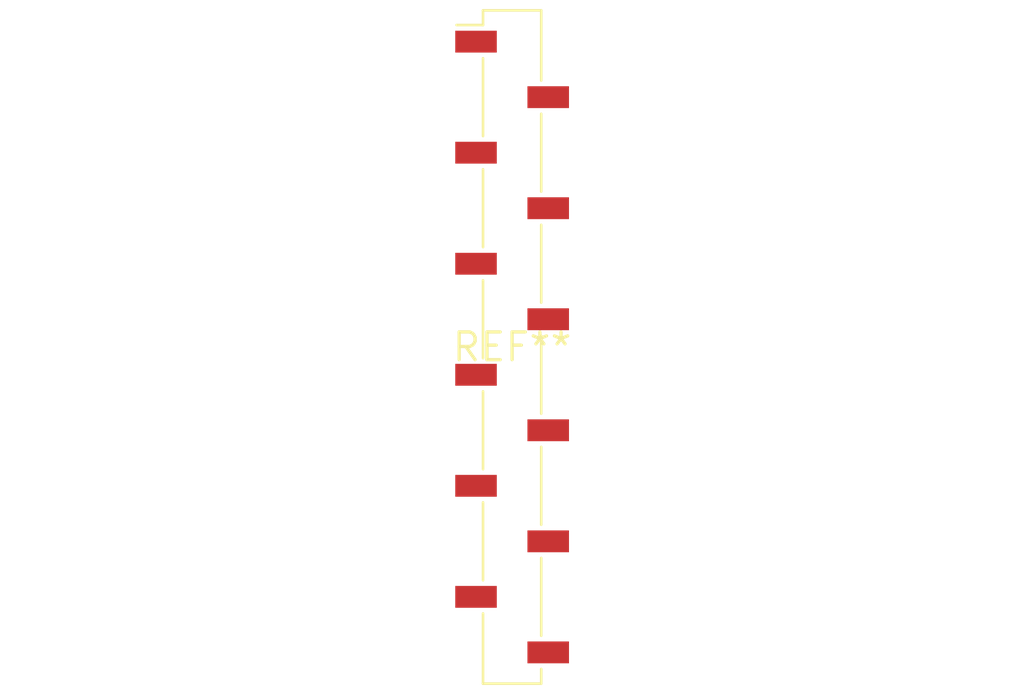
<source format=kicad_pcb>
(kicad_pcb (version 20240108) (generator pcbnew)
  (layers (0 "F.Cu" signal) (31 "B.Cu" signal) (34 "B.Paste" user) (35 "F.Paste" user) (36 "B.SilkS" user "B.Silkscreen") (37 "F.SilkS" user "F.Silkscreen") (38 "B.Mask" user) (39 "F.Mask" user) (44 "Edge.Cuts" user))
  (net 0 "")
  (footprint "PinSocket_1x12_P2.54mm_Vertical_SMD_Pin1Left" (layer "F.Cu") (at 0 0)
    (property "Reference" "REF**")
    (property "Value" "PinSocket_1x12_P2.54mm_Vertical_SMD_Pin1Left")
    (fp_line (start -2.54 -14.73) (end -1.33 -14.73) (layer "F.SilkS") (stroke (width 0.12)))
    (fp_line (start -1.33 -15.4) (end -1.33 -14.73) (layer "F.SilkS") (stroke (width 0.12)))
    (fp_line (start -1.33 -15.4) (end 1.33 -15.4) (layer "F.SilkS") (stroke (width 0.12)))
    (fp_line (start -1.33 -13.21) (end -1.33 -9.65) (layer "F.SilkS") (stroke (width 0.12)))
    (fp_line (start -1.33 -8.13) (end -1.33 -4.57) (layer "F.SilkS") (stroke (width 0.12)))
    (fp_line (start -1.33 -3.05) (end -1.33 0.51) (layer "F.SilkS") (stroke (width 0.12)))
    (fp_line (start -1.33 2.03) (end -1.33 5.59) (layer "F.SilkS") (stroke (width 0.12)))
    (fp_line (start -1.33 7.11) (end -1.33 10.67) (layer "F.SilkS") (stroke (width 0.12)))
    (fp_line (start -1.33 12.19) (end -1.33 15.4) (layer "F.SilkS") (stroke (width 0.12)))
    (fp_line (start -1.33 15.4) (end 1.33 15.4) (layer "F.SilkS") (stroke (width 0.12)))
    (fp_line (start 1.33 -15.4) (end 1.33 -12.19) (layer "F.SilkS") (stroke (width 0.12)))
    (fp_line (start 1.33 -10.67) (end 1.33 -7.11) (layer "F.SilkS") (stroke (width 0.12)))
    (fp_line (start 1.33 -5.59) (end 1.33 -2.03) (layer "F.SilkS") (stroke (width 0.12)))
    (fp_line (start 1.33 -0.51) (end 1.33 3.05) (layer "F.SilkS") (stroke (width 0.12)))
    (fp_line (start 1.33 4.57) (end 1.33 8.13) (layer "F.SilkS") (stroke (width 0.12)))
    (fp_line (start 1.33 9.65) (end 1.33 13.21) (layer "F.SilkS") (stroke (width 0.12)))
    (fp_line (start 1.33 14.73) (end 1.33 15.4) (layer "F.SilkS") (stroke (width 0.12)))
    (pad "1" smd rect (at -1.65 -13.97) (size 1.9 1) (layers "F.Cu" "F.Paste" "F.Mask"))
    (pad "2" smd rect (at 1.65 -11.43) (size 1.9 1) (layers "F.Cu" "F.Paste" "F.Mask"))
    (pad "3" smd rect (at -1.65 -8.89) (size 1.9 1) (layers "F.Cu" "F.Paste" "F.Mask"))
    (pad "4" smd rect (at 1.65 -6.35) (size 1.9 1) (layers "F.Cu" "F.Paste" "F.Mask"))
    (pad "5" smd rect (at -1.65 -3.81) (size 1.9 1) (layers "F.Cu" "F.Paste" "F.Mask"))
    (pad "6" smd rect (at 1.65 -1.27) (size 1.9 1) (layers "F.Cu" "F.Paste" "F.Mask"))
    (pad "7" smd rect (at -1.65 1.27) (size 1.9 1) (layers "F.Cu" "F.Paste" "F.Mask"))
    (pad "8" smd rect (at 1.65 3.81) (size 1.9 1) (layers "F.Cu" "F.Paste" "F.Mask"))
    (pad "9" smd rect (at -1.65 6.35) (size 1.9 1) (layers "F.Cu" "F.Paste" "F.Mask"))
    (pad "10" smd rect (at 1.65 8.89) (size 1.9 1) (layers "F.Cu" "F.Paste" "F.Mask"))
    (pad "11" smd rect (at -1.65 11.43) (size 1.9 1) (layers "F.Cu" "F.Paste" "F.Mask"))
    (pad "12" smd rect (at 1.65 13.97) (size 1.9 1) (layers "F.Cu" "F.Paste" "F.Mask"))
  )
)
</source>
